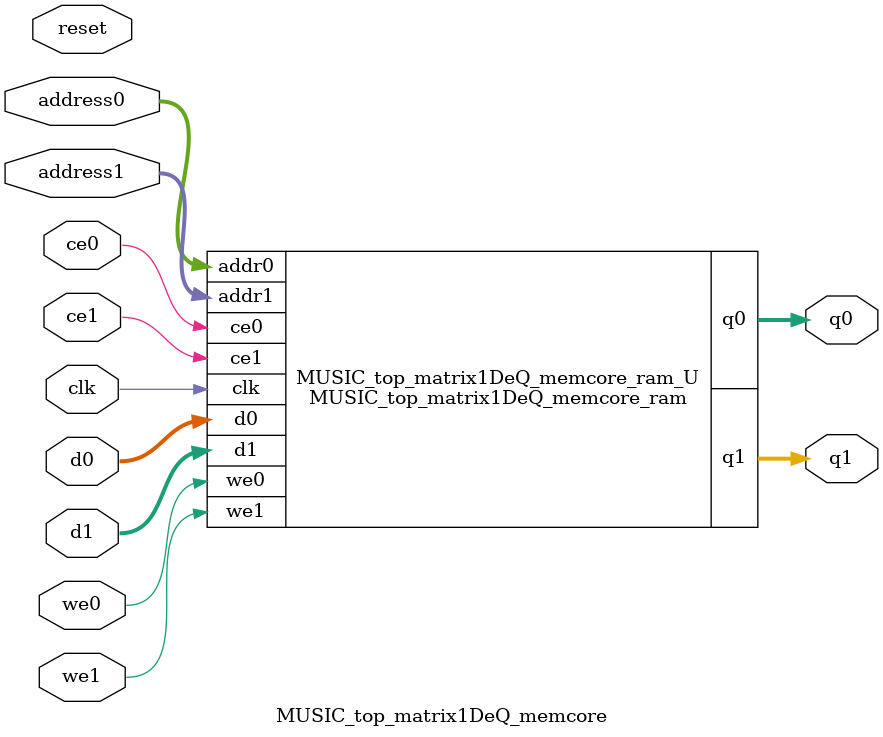
<source format=v>
`timescale 1 ns / 1 ps
module MUSIC_top_matrix1DeQ_memcore_ram (addr0, ce0, d0, we0, q0, addr1, ce1, d1, we1, q1,  clk);

parameter DWIDTH = 64;
parameter AWIDTH = 15;
parameter MEM_SIZE = 20000;

input[AWIDTH-1:0] addr0;
input ce0;
input[DWIDTH-1:0] d0;
input we0;
output reg[DWIDTH-1:0] q0;
input[AWIDTH-1:0] addr1;
input ce1;
input[DWIDTH-1:0] d1;
input we1;
output reg[DWIDTH-1:0] q1;
input clk;

(* ram_style = "block" *)reg [DWIDTH-1:0] ram[0:MEM_SIZE-1];




always @(posedge clk)  
begin 
    if (ce0) 
    begin
        if (we0) 
        begin 
            ram[addr0] <= d0; 
        end 
        q0 <= ram[addr0];
    end
end


always @(posedge clk)  
begin 
    if (ce1) 
    begin
        if (we1) 
        begin 
            ram[addr1] <= d1; 
        end 
        q1 <= ram[addr1];
    end
end


endmodule

`timescale 1 ns / 1 ps
module MUSIC_top_matrix1DeQ_memcore(
    reset,
    clk,
    address0,
    ce0,
    we0,
    d0,
    q0,
    address1,
    ce1,
    we1,
    d1,
    q1);

parameter DataWidth = 32'd64;
parameter AddressRange = 32'd20000;
parameter AddressWidth = 32'd15;
input reset;
input clk;
input[AddressWidth - 1:0] address0;
input ce0;
input we0;
input[DataWidth - 1:0] d0;
output[DataWidth - 1:0] q0;
input[AddressWidth - 1:0] address1;
input ce1;
input we1;
input[DataWidth - 1:0] d1;
output[DataWidth - 1:0] q1;



MUSIC_top_matrix1DeQ_memcore_ram MUSIC_top_matrix1DeQ_memcore_ram_U(
    .clk( clk ),
    .addr0( address0 ),
    .ce0( ce0 ),
    .we0( we0 ),
    .d0( d0 ),
    .q0( q0 ),
    .addr1( address1 ),
    .ce1( ce1 ),
    .we1( we1 ),
    .d1( d1 ),
    .q1( q1 ));

endmodule


</source>
